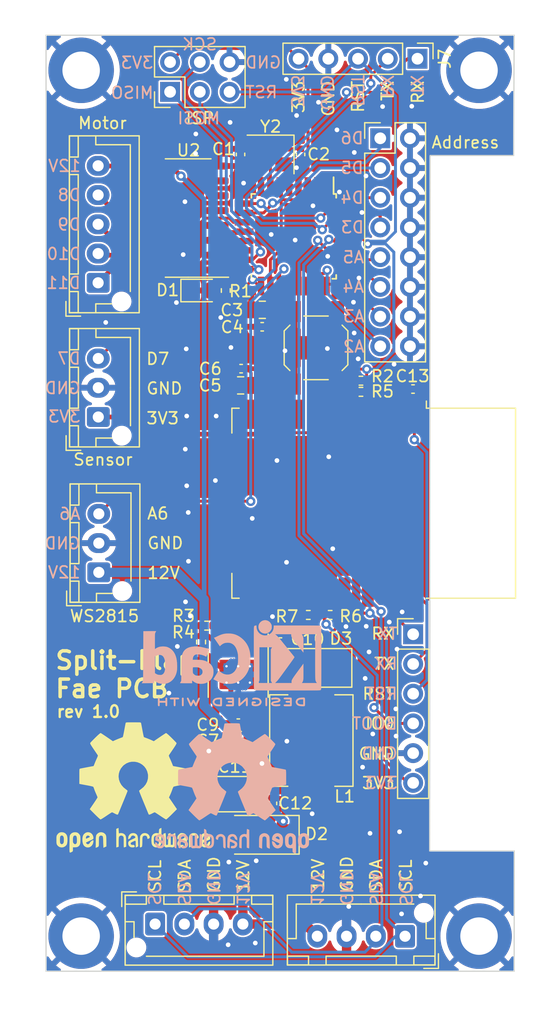
<source format=kicad_pcb>
(kicad_pcb (version 20221018) (generator pcbnew)
  (layers (0 "F.Cu" signal) (31 "B.Cu" signal) (34 "B.Paste" user) (35 "F.Paste" user) (36 "B.SilkS" user "B.Silkscreen") (37 "F.SilkS" user "F.Silkscreen") (38 "B.Mask" user) (39 "F.Mask" user) (44 "Edge.Cuts" user))
  (net 0 "")
  (net 1 "+12V")
  (net 2 "Net-(U3-XTAL2{slash}PB7)")
  (net 3 "Net-(U3-XTAL1{slash}PB6)")
  (net 4 "+3V3")
  (net 5 "Net-(D3-K)")
  (net 6 "Net-(U1-BOOT)")
  (net 7 "Net-(D1-A)")
  (net 8 "/A5{slash}SCL")
  (net 9 "/A4{slash}SDA")
  (net 10 "Net-(J3-Pin_1)")
  (net 11 "Net-(J3-Pin_2)")
  (net 12 "Net-(J3-Pin_3)")
  (net 13 "Net-(J3-Pin_4)")
  (net 14 "/D6")
  (net 15 "/D5")
  (net 16 "/D4")
  (net 17 "/D3")
  (net 18 "/D7")
  (net 19 "/D12")
  (net 20 "/D13")
  (net 21 "/D11")
  (net 22 "/RESET")
  (net 23 "Net-(U1-VSNS)")
  (net 27 "/D10")
  (net 28 "/D9")
  (net 29 "/D8")
  (net 36 "/A6")
  (net 37 "/AREF")
  (net 38 "/A7")
  (net 39 "/A0")
  (net 40 "/A1")
  (net 41 "/A2")
  (net 42 "/A3")
  (net 43 "/D0")
  (net 44 "/D1")
  (net 45 "/D2")
  (net 47 "/01-EN")
  (net 59 "/01-IO2")
  (net 60 "/01-IO0")
  (net 61 "/01-RX")
  (net 62 "/01-TX")
  (net 63 "GND")
  (net 64 "Net-(D2-A)")
  (footprint "Package_SO:SOIC-8-1EP_3.9x4.9mm_P1.27mm_EP2.514x3.2mm_ThermalVias" (layer "F.Cu") (at 83.42 101.635 -90)
    (fp_text reference "U1" hide)
    (fp_text value "TPS5430")
  )
  (footprint "MountingHole:MountingHole_3.2mm_M3_DIN965_Pad" (layer "F.Cu") (at 104 50)
    (fp_text reference "H2" hide)
    (fp_text value "MountingHole_Pad")
  )
  (footprint "Capacitor_SMD:C_0402_1005Metric" (layer "F.Cu") (at 88.75 57.19 90)
    (fp_text reference "C2")
    (fp_text value "22pF")
  )
  (footprint "Connector_PinHeader_2.54mm:PinHeader_1x05_P2.54mm_Vertical" (layer "F.Cu") (at 98.74 49.01 -90)
    (fp_text reference "J7")
    (fp_text value "Serial-328P")
  )
  (footprint "Resistor_SMD:R_0402_1005Metric" (layer "F.Cu") (at 82.36 68.82 90)
    (fp_text reference "R1")
    (fp_text value "220")
  )
  (footprint "LED_SMD:LED_0805_2012Metric" (layer "F.Cu") (at 80.2075 68.82)
    (fp_text reference "D1")
    (fp_text value "LED")
  )
  (footprint "Crystal:Crystal_SMD_3225-4Pin_3.2x2.5mm" (layer "F.Cu") (at 86.19 57.19 180)
    (fp_text reference "Y2")
    (fp_text value "16MHz")
  )
  (footprint "Capacitor_SMD:C_0402_1005Metric" (layer "F.Cu") (at 83.67 75.5)
    (fp_text reference "C6")
    (fp_text value "100n")
  )
  (footprint "Package_SO:SOIC-16_3.9x9.9mm_P1.27mm" (layer "F.Cu") (at 79.145 62.625 180)
    (fp_text reference "U2")
    (fp_text value "ULN2003A")
  )
  (footprint "Capacitor_SMD:C_0402_1005Metric" (layer "F.Cu") (at 83.43 105.795 180)
    (fp_text reference "C9")
    (fp_text value "100n")
  )
  (footprint "Connector_JST:JST_XH_B4B-XH-AM_1x04_P2.50mm_Vertical" (layer "F.Cu") (at 97.68 124.01 180)
    (fp_text reference "J1" hide)
    (fp_text value "Conn_01x04_Pin")
  )
  (footprint "MountingHole:MountingHole_3.2mm_M3_DIN965_Pad" (layer "F.Cu") (at 70 50)
    (fp_text reference "H1" hide)
    (fp_text value "MountingHole_Pad")
  )
  (footprint "Connector_JST:JST_XH_B4B-XH-AM_1x04_P2.50mm_Vertical" (layer "F.Cu") (at 76.32 122.97)
    (fp_text reference "J2" hide)
    (fp_text value "Conn_01x04_Pin")
  )
  (footprint "Capacitor_SMD:C_0402_1005Metric" (layer "F.Cu") (at 86.35 112.655 -90)
    (fp_text reference "C12")
    (fp_text value "100n")
  )
  (footprint "Diode_SMD:D_SMA" (layer "F.Cu") (at 89.62 101.075 180)
    (fp_text reference "D3")
    (fp_text value "SS54")
  )
  (footprint "Resistor_SMD:R_0402_1005Metric" (layer "F.Cu") (at 89.41 96.55)
    (fp_text reference "R7")
    (fp_text value "10k")
  )
  (footprint "Connector_PinHeader_2.54mm:PinHeader_1x06_P2.54mm_Vertical" (layer "F.Cu") (at 98.37 98.2)
    (fp_text reference "J8" hide)
    (fp_text value "Serial-ESP12E")
  )
  (footprint "Capacitor_Tantalum_SMD:CP_EIA-3528-21_Kemet-B" (layer "F.Cu") (at 83.1075 111.865 180)
    (fp_text reference "C11")
    (fp_text value "220uF")
  )
  (footprint "Package_QFP:TQFP-32_7x7mm_P0.8mm" (layer "F.Cu") (at 88.17 64.19 -90)
    (fp_text reference "U3" hide)
    (fp_text value "ATmega328P-A")
  )
  (footprint "Diode_SMD:D_SMA" (layer "F.Cu") (at 85.1175 115.34 180)
    (fp_text reference "D2")
    (fp_text value "SS54")
  )
  (footprint "Resistor_SMD:R_0402_1005Metric" (layer "F.Cu") (at 80.72 97.465 180)
    (fp_text reference "R3")
    (fp_text value "10k")
  )
  (footprint "RF_Module:ESP-12E" (layer "F.Cu") (at 95 87 -90)
    (fp_text reference "U4" hide)
    (fp_text value "ESP-12E")
  )
  (footprint "Connector_PinHeader_2.54mm:PinHeader_2x03_P2.54mm_Vertical" (layer "F.Cu") (at 77.6 51.84 90)
    (fp_text reference "J6" hide)
    (fp_text value "AVR-ISP-6")
  )
  (footprint "Resistor_SMD:R_0402_1005Metric" (layer "F.Cu") (at 93.91 76.53)
    (fp_text reference "R2")
    (fp_text value "10k")
  )
  (footprint "MountingHole:MountingHole_3.2mm_M3_DIN965_Pad" (layer "F.Cu") (at 104 124)
    (fp_text reference "H4" hide)
    (fp_text value "MountingHole_Pad")
  )
  (footprint "Connector_PinHeader_2.54mm:PinHeader_2x08_P2.54mm_Vertical" (layer "F.Cu") (at 95.56 55.81)
    (fp_text reference "J4" hide)
    (fp_text value "AddressJumpers")
  )
  (footprint "Button_Switch_SMD:SW_SPST_SKQG_WithStem" (layer "F.Cu") (at 90.07 73.72 -90)
    (fp_text reference "SW1" hide)
    (fp_text value "RESET")
  )
  (footprint "MountingHole:MountingHole_3.2mm_M3_DIN965_Pad" (layer "F.Cu") (at 70 124)
    (fp_text reference "H3" hide)
    (fp_text value "MountingHole_Pad")
  )
  (footprint "Capacitor_SMD:C_0402_1005Metric" (layer "F.Cu") (at 98.36 77.24 180)
    (fp_text reference "C13")
    (fp_text value "100n")
  )
  (footprint "Capacitor_SMD:C_0402_1005Metric" (layer "F.Cu") (at 87.03 98.865 180)
    (fp_text reference "C10")
    (fp_text value "100n")
  )
  (footprint "Connector_JST:JST_XH_B5B-XH-AM_1x05_P2.50mm_Vertical" (layer "F.Cu") (at 71.45 68.16 90)
    (fp_text reference "J3" hide)
    (fp_text value "Conn_01x05_Pin")
  )
  (footprint "Capacitor_SMD:C_0402_1005Metric" (layer "F.Cu") (at 83.62 57.19 -90)
    (fp_text reference "C1")
    (fp_text value "22pF")
  )
  (footprint "Connector_JST:JST_XH_B3B-XH-AM_1x03_P2.50mm_Vertical" (layer "F.Cu") (at 71.465 79.63 90)
    (fp_text reference "J5" hide)
    (fp_text value "HallSensor")
  )
  (footprint "Resistor_SMD:R_0402_1005Metric" (layer "F.Cu") (at 93.91 77.48)
    (fp_text reference "R5")
    (fp_text value "10k")
  )
  (footprint "Resistor_SMD:R_0402_1005Metric" (layer "F.Cu") (at 91.28 96.55 180)
    (fp_text reference "R6")
    (fp_text value "10k")
  )
  (footprint "Capacitor_SMD:C_0402_1005Metric" (layer "F.Cu") (at 85.47 71.92)
    (fp_text reference "C4")
    (fp_text value "100n")
  )
  (footprint "Symbol:OSHW-Logo2_14.6x12mm_SilkScreen" (layer "F.Cu") (at 74.46 111.28)
    (fp_text reference "REF**" hide)
    (fp_text value "OSHW-Logo2_14.6x12mm_SilkScreen" hide)
  )
  (footprint "Capacitor_SMD:C_0805_2012Metric" (layer "F.Cu") (at 85.48 70.47)
    (fp_text reference "C3")
    (fp_text value "10uF")
  )
  (footprint "Capacitor_SMD:C_0805_2012Metric" (layer "F.Cu") (at 83.63 76.93)
    (fp_text reference "C5")
    (fp_text value "10uF")
  )
  (footprint "Connector_JST:JST_XH_B3B-XH-AM_1x03_P2.50mm_Vertical" (layer "F.Cu") (at 71.51 92.91 90)
    (fp_text reference "J9" hide)
    (fp_text value "WS2815")
  )
  (footprint "Capacitor_SMD:C_0805_2012Metric" (layer "F.Cu") (at 83.43 107.245 180)
    (fp_text reference "C7")
    (fp_text value "10uF")
  )
  (footprint "Resistor_SMD:R_0402_1005Metric" (layer "F.Cu") (at 80.25 98.865 -90)
    (fp_text reference "R4")
    (fp_text value "5k9")
  )
  (footprint "Inductor_SMD:L_Chilisin_BMRx00060630" (layer "F.Cu") (at 89.67 107.285 -90)
    (fp_text reference "L1")
    (fp_text value "47uH")
  )
  (footprint "Symbol:KiCad-Logo2_6mm_SilkScreen" (layer "B.Cu") (at 82.86 99.98 180)
    (fp_text reference "REF**" hide)
    (fp_text value "KiCad-Logo2_6mm_SilkScreen" hide)
  )
  (footprint "Symbol:OSHW-Logo2_14.6x12mm_SilkScreen" (layer "B.Cu") (at 82.9 111.36 180)
    (fp_text reference "REF**" hide)
    (fp_text value "OSHW-Logo2_14.6x12mm_SilkScreen" hide)
  )
  (gr_line (start 67 47) (end 107 47) (stroke (width 0.1)) (layer "Edge.Cuts"))
  (gr_line (start 106.96 57.28) (end 99.82 57.28) (stroke (width 0.1)) (layer "Edge.Cuts"))
  (gr_line (start 99.82 57.28) (end 99.78 116.72) (stroke (width 0.1)) (layer "Edge.Cuts"))
  (gr_line (start 107 127) (end 67 127) (stroke (width 0.1)) (layer "Edge.Cuts"))
  (gr_line (start 67 127) (end 67 47) (stroke (width 0.1)) (layer "Edge.Cuts"))
  (gr_line (start 107.01 116.72) (end 107 127) (stroke (width 0.1)) (layer "Edge.Cuts"))
  (gr_line (start 99.78 116.72) (end 107.01 116.72) (stroke (width 0.1)) (layer "Edge.Cuts"))
  (gr_line (start 106.96 57.28) (end 107 47) (stroke (width 0.1)) (layer "Edge.Cuts"))
  (gr_text "D4" (at 94.23 60.89) (layer "B.SilkS") (effects (font (size 1 1)) (justify left mirror)))
  (gr_text "D11" (at 70.04 68.17) (layer "B.SilkS") (effects (font (size 1 1)) (justify left mirror)))
  (gr_text "SCL" (at 76.22 121.47 -90) (layer "B.SilkS") (effects (font (size 1 1)) (justify left mirror)))
  (gr_text "3V3" (at 88.46 50.29 270) (layer "B.SilkS") (effects (font (size 1 1)) (justify right mirror)))
  (gr_text "SCL" (at 97.73 121.48 -90) (layer "B.SilkS") (effects (font (size 1 1)) (justify left mirror)))
  (gr_text "D10" (at 70.07 65.69) (layer "B.SilkS") (effects (font (size 1 1)) (justify left mirror)))
  (gr_text "GND" (at 81.3 121.46 270) (layer "B.SilkS") (effects (font (size 1 1)) (justify left mirror)))
  (gr_text "3V3" (at 70.04 79.59) (layer "B.SilkS") (effects (font (size 1 1)) (justify left mirror)))
  (gr_text "GND" (at 83.94 49.33) (layer "B.SilkS") (effects (font (size 1 1)) (justify right mirror)))
  (gr_text "D3" (at 94.25 63.42) (layer "B.SilkS") (effects (font (size 1 1)) (justify left mirror)))
  (gr_text "GND" (at 90.98 50.29 270) (layer "B.SilkS") (effects (font (size 1 1)) (justify right mirror)))
  (gr_text "A4" (at 94.26 68.5) (layer "B.SilkS") (effects (font (size 1 1)) (justify left mirror)))
  (gr_text "RST" (at 97.12 103.29) (layer "B.SilkS") (effects (font (size 1 1)) (justify left mirror)))
  (gr_text "A3" (at 94.3 71.03) (layer "B.SilkS") (effects (font (size 1 1)) (justify left mirror)))
  (gr_text "12V" (at 70.03 92.91) (layer "B.SilkS") (effects (font (size 1 1)) (justify left mirror)))
  (gr_text "D6" (at 94.22 55.8) (layer "B.SilkS") (effects (font (size 1 1)) (justify left mirror)))
  (gr_text "MOSI" (at 81.96 54.1) (layer "B.SilkS") (effects (font (size 1 1)) (justify left mirror)))
  (gr_text "GND" (at 97.13 108.39) (layer "B.SilkS") (effects (font (size 1 1)) (justify left mirror)))
  (gr_text "GND" (at 70.03 90.43) (layer "B.SilkS") (effects (font (size 1 1)) (justify left mirror)))
  (gr_text "A5" (at 94.26 65.98) (layer "B.SilkS") (effects (font (size 1 1)) (justify left mirror)))
  (gr_text "RST" (at 83.95 51.87) (layer "B.SilkS") (effects (font (size 1 1)) (justify right mirror)))
  (gr_text "3V3" (at 76.26 49.35) (layer "B.SilkS") (effects (font (size 1 1)) (justify left mirror)))
  (gr_text "GND" (at 92.65 121.47 270) (layer "B.SilkS") (effects (font (size 1 1)) (justify left mirror)))
  (gr_text "12V" (at 70.05 58.17) (layer "B.SilkS") (effects (font (size 1 1)) (justify left mirror)))
  (gr_text "A2" (at 94.3 73.61) (layer "B.SilkS") (effects (font (size 1 1)) (justify left mirror)))
  (gr_text "12V" (at 83.81 121.45 270) (layer "B.SilkS") (effects (font (size 1 1)) (justify left mirror)))
  (gr_text "D5" (at 94.22 58.34) (layer "B.SilkS") (effects (font (size 1 1)) (justify left mirror)))
  (gr_text "D7" (at 70.04 74.63) (layer "B.SilkS") (effects (font (size 1 1)) (justify left mirror)))
  (gr_text "A6" (at 70.03 87.91) (layer "B.SilkS") (effects (font (size 1 1)) (justify left mirror)))
  (gr_text "GND" (at 70.05 77.16) (layer "B.SilkS") (effects (font (size 1 1)) (justify left mirror)))
  (gr_text "RX" (at 97.12 100.71) (layer "B.SilkS") (effects (font (size 1 1)) (justify left mirror)))
  (gr_text "RST" (at 93.6 50.29 270) (layer "B.SilkS") (effects (font (size 1 1)) (justify right mirror)))
  (gr_text "BOOT" (at 97.11 105.83) (layer "B.SilkS") (effects (font (size 1 1)) (justify left mirror)))
  (gr_text "TX" (at 97.14 98.16) (layer "B.SilkS") (effects (font (size 1 1)) (justify left mirror)))
  (gr_text "TX" (at 98.67 50.31 270) (layer "B.SilkS") (effects (font (size 1 1)) (justify right mirror)))
  (gr_text "SCK" (at 81.7 47.78) (layer "B.SilkS") (effects (font (size 1 1)) (justify left mirror)))
  (gr_text "12V" (at 90.14 121.46 270) (layer "B.SilkS") (effects (font (size 1 1)) (justify left mirror)))
  (gr_text "D8" (at 70.05 60.66) (layer "B.SilkS") (effects (font (size 1 1)) (justify left mirror)))
  (gr_text "RX" (at 96.12 50.29 270) (layer "B.SilkS") (effects (font (size 1 1)) (justify right mirror)))
  (gr_text "MISO" (at 76.27 51.92) (layer "B.SilkS") (effects (font (size 1 1)) (justify left mirror)))
  (gr_text "SDA" (at 95.17 121.48 270) (layer "B.SilkS") (effects (font (size 1 1)) (justify left mirror)))
  (gr_text "SDA" (at 78.78 121.47 270) (layer "B.SilkS") (effects (font (size 1 1)) (justify left mirror)))
  (gr_text "3V3" (at 97.13 110.91) (layer "B.SilkS") (effects (font (size 1 1)) (justify left mirror)))
  (gr_text "D9" (at 70.04 63.18) (layer "B.SilkS") (effects (font (size 1 1)) (justify left mirror)))
  (gr_text "12V" (at 83.84 120.34 90) (layer "F.SilkS") (effects (font (size 1 1)) (justify left)))
  (gr_text "3V3" (at 96.87 110.92) (layer "F.SilkS") (effects (font (size 1 1)) (justify right)))
  (gr_text "SCL" (at 76.32 120.34 90) (layer "F.SilkS") (effects (font (size 1 1)) (justify left)))
  (gr_text "RX" (at 96.86 98.15) (layer "F.SilkS") (effects (font (size 1 1)) (justify right)))
  (gr_text "SDA" (at 95.21 120.31 90) (layer "F.SilkS") (effects (font (size 1 1)) (justify left)))
  (gr_text "GND" (at 92.71 120.31 90) (layer "F.SilkS") (effects (font (size 1 1)) (justify left)))
  (gr_text "Sensor" (at 71.87 83.27) (layer "F.SilkS") (effects (font (size 1 1))))
  (gr_text "Split-Flap\nFae PCB" (at 67.65 103.73) (layer "F.SilkS") (effects (font (size 1.5 1.5) (thickness 0.3) bold) (justify left bottom)))
  (gr_text "IO0" (at 96.86 105.82) (layer "F.SilkS") (effects (font (size 1 1)) (justify right)))
  (gr_text "D7" (at 75.475 74.66) (layer "F.SilkS") (effects (font (size 1 1)) (justify left)))
  (gr_text "12V" (at 75.57 92.96) (layer "F.SilkS") (effects (font (size 1 1)) (justify left)))
  (gr_text "rev 1.0" (at 67.8 105.4) (layer "F.SilkS") (effects (font (size 1 1) (thickness 0.2) bold) (justify left bottom)))
  (gr_text "GND" (at 75.57 90.41) (layer "F.SilkS") (effects (font (size 1 1)) (justify left)))
  (gr_text "3V3" (at 75.49 79.74) (layer "F.SilkS") (effects (font (size 1 1)) (justify left)))
  (gr_text "GND" (at 91.12 50.79 90) (layer "F.SilkS") (effects (font (size 1 1)) (justify right)))
  (gr_text "TX" (at 96.86 100.73) (layer "F.SilkS") (effects (font (size 1 1)) (justify right)))
  (gr_text "12V" (at 90.25 120.24 90) (layer "F.SilkS") (effects (font (size 1 1)) (justify left)))
  (gr_text "GND" (at 81.35 120.34 90) (layer "F.SilkS") (effects (font (size 1 1)) (justify left)))
  (gr_text "Address" (at 99.86 56.16) (layer "F.SilkS") (effects (font (size 1 1)) (justify left)))
  (gr_text "RX" (at 98.77 50.8 90) (layer "F.SilkS") (effects (font (size 1 1)) (justify right)))
  (gr_text "SCL" (at 97.74 120.31 90) (layer "F.SilkS") (effects (font (size 1 1)) (justify left)))
  (gr_text "WS2815" (at 72 96.65) (layer "F.SilkS") (effects (font (size 1 1))))
  (gr_text "TX" (at 96.19 50.8 90) (layer "F.SilkS") (effects (font (size 1 1)) (justify right)))
  (gr_text "3V3" (at 88.57 50.79 90) (layer "F.SilkS") (effects (font (size 1 1)) (justify right)))
  (gr_text "GND" (at 75.49 77.19) (layer "F.SilkS") (effects (font (size 1 1)) (justify left)))
  (gr_text "RST" (at 96.86 103.29) (layer "F.SilkS") (effects (font (size 1 1)) (justify right)))
  (gr_text "A6" (at 75.555 87.88) (layer "F.SilkS") (effects (font (size 1 1)) (justify left)))
  (gr_text "SDA" (at 78.85 120.34 90) (layer "F.SilkS") (effects (font (size 1 1)) (justify left)))
  (gr_text "ISP" (at 78.85 54.09) (layer "F.SilkS") (effects (font (size 1 1)) (justify left)))
  (gr_text "GND" (at 96.87 108.41) (layer "F.SilkS") (effects (font (size 1 1)) (justify right)))
  (gr_text "Motor" (at 71.82 54.51) (layer "F.SilkS") (effects (font (size 1 1))))
  (gr_text "RST" (at 93.66 50.8 90) (layer "F.SilkS") (effects (font (size 1 1)) (justify right)))
  (segment (start 78.53 59.04) (end 78.25 58.76) (width 0.25) (layer "F.Cu") (net 1))
  (segment (start 84.38 109.205) (end 84.38 107.245) (width 0.4) (layer "F.Cu") (net 1))
  (segment (start 77.67 58.18) (end 78.25 58.76) (width 0.4) (layer "F.Cu") (net 1))
  (segment (start 83.91 105.795) (end 83.91 104.4175) (width 0.4) (layer "F.Cu") (net 1))
  (segment (start 84.38 107.245) (end 84.38 106.265) (width 0.4) (layer "F.Cu") (net 1))
  (segment (start 87.1175 114.3325) (end 87.1175 115.34) (width 0.8) (layer "F.Cu") (net 1))
  (segment (start 85.41 109.205) (end 84.38 109.205) (width 0.4) (layer "F.Cu") (net 1))
  (segment (start 87.27 114.18) (end 87.1175 114.3325) (width 0.8) (layer "F.Cu") (net 1))
  (segment (start 84.38 106.265) (end 83.91 105.795) (width 0.4) (layer "F.Cu") (net 1))
  (segment (start 83.91 104.4175) (end 84.055 104.2725) (width 0.4) (layer "F.Cu") (net 1))
  (segment (start 71.47 58.18) (end 71.45 58.16) (width 0.4) (layer "F.Cu") (net 1))
  (segment (start 76.67 58.18) (end 71.47 58.18) (width 0.4) (layer "F.Cu") (net 1))
  (segment (start 76.67 58.18) (end 77.67 58.18) (width 0.4) (layer "F.Cu") (net 1))
  (segment (start 85.45 109.245) (end 85.41 109.205) (width 0.4) (layer "F.Cu") (net 1))
  (segment (start 77.67 58.18) (end 78.53 59.04) (width 0.4) (layer "F.Cu") (net 1))
  (via (at 78.53 59.04) (size 0.8) (drill 0.4) (layers "F.Cu" "B.Cu") (net 1))
  (via (at 87.27 114.18) (size 0.8) (drill 0.4) (layers "F.Cu" "B.Cu") (net 1))
  (via (at 85.45 109.245) (size 0.8) (drill 0.4) (layers "F.Cu" "B.Cu") (net 1))
  (segment (start 86.54 113.45) (end 86.54 110.335) (width 0.8) (layer "B.Cu") (net 1))
  (segment (start 78.53 59.04) (end 80.51 61.02) (width 0.4) (layer "B.Cu") (net 1))
  (segment (start 87.27 114.18) (end 86.54 113.45) (width 0.8) (layer "B.Cu") (net 1))
  (segment (start 80.51 101.485) (end 80.51 104.305) (width 0.8) (layer "B.Cu") (net 1))
  (segment (start 80.51 104.305) (end 85.45 109.245) (width 0.8) (layer "B.Cu") (net 1))
  (segment (start 80.51 61.02) (end 80.51 95.22) (width 0.4) (layer "B.Cu") (net 1))
  (segment (start 80.51 95.22) (end 78.2 92.91) (width 0.8) (layer "B.Cu") (net 1))
  (segment (start 78.2 92.91) (end 71.51 92.91) (width 0.8) (layer "B.Cu") (net 1))
  (segment (start 86.54 110.335) (end 85.45 109.245) (width 0.8) (layer "B.Cu") (net 1))
  (segment (start 80.51 95.22) (end 80.51 101.485) (width 0.8) (layer "B.Cu") (net 1))
  (segment (start 83.62 57.67) (end 84.72 57.67) (width 0.25) (layer "F.Cu") (net 2))
  (segment (start 85.37 58.32) (end 85.09 58.04) (width 0.25) (layer "F.Cu") (net 2))
  (segment (start 84.72 57.67) (end 85.09 58.04) (width 0.25) (layer "F.Cu") (net 2))
  (segment (start 85.37 59.94) (end 85.37 58.32) (width 0.25) (layer "F.Cu") (net 2))
  (segment (start 86.17 56.76) (end 86.59 56.34) (width 0.25) (layer "F.Cu") (net 3))
  (segment (start 88.75 56.71) (end 87.66 56.71) (width 0.25) (layer "F.Cu") (net 3))
  (segment (start 86.59 56.34) (end 87.29 56.34) (width 0.25) (layer "F.Cu") (net 3))
  (segment (start 86.17 59.94) (end 86.17 56.76) (width 0.25) (layer "F.Cu") (net 3))
  (segment (start 87.66 56.71) (end 87.29 56.34) (width 0.25) (layer "F.Cu") (net 3))
  (segment (start 91.79 96.55) (end 91.79 97.68424) (width 0.25) (layer "F.Cu") (net 4))
  (segment (start 88.57 59.045) (end 88.700305 59.045) (width 0.25) (layer "F.Cu") (net 4))
  (segment (start 93.4 76.53) (end 93.4 77.48) (width 0.25) (layer "F.Cu") (net 4))
  (segment (start 86.17 70.21) (end 86.43 70.47) (width 0.25) (layer "F.Cu") (net 4))
  (segment (start 85.6 81.36) (end 85.6 76.19) (width 0.4) (layer "F.Cu") (net 4))
  (segment (start 86.97 59.94) (end 86.97 60.74) (width 0.25) (layer "F.Cu") (net 4))
  (segment (start 86.97 60.74) (end 87.295 61.065) (width 0.25) (layer "F.Cu") (net 4))
  (segment (start 85.34 81.1) (end 74.819924 81.1) (width 0.4) (layer "F.Cu") (net 4))
  (segment (start 85.95 72.033676) (end 85.6 72.383676) (width 0.4) (layer "F.Cu") (net 4))
  (segment (start 83.16971 48.129656) (end 78.770344 48.129656) (width 0.25) (layer "F.Cu") (net 4))
  (segment (start 85.6 76.19) (end 84.91 75.5) (width 0.4) (layer "F.Cu") (net 4))
  (segment (start 84.53 75.88) (end 84.53 79.37) (width 0.25) (layer "F.Cu") (net 4))
  (segment (start 84.18 75.53) (end 84.53 75.88) (width 0.25) (layer "F.Cu") (net 4))
  (segment (start 87.75 112.23) (end 85.01 112.23) (width 0.4) (layer "F.Cu") (net 4))
  (segment (start 85.6 81.36) (end 85.34 81.1) (width 0.4) (layer "F.Cu") (net 4))
  (segment (start 93.27 106.71) (end 89.67 110.31) (width 0.4) (layer "F.Cu") (net 4))
  (segment (start 85.312108 97.465) (end 86.027108 98.18) (width 0.4) (layer "F.Cu") (net 4))
  (segment (start 89.385 49.815) (end 87.709656 48.139656) (width 0.25) (layer "F.Cu") (net 4))
  (segment (start 81.23 97.465) (end 85.312108 97.465) (width 0.4) (layer "F.Cu") (net 4))
  (segment (start 74.819924 81.1) (end 73.349924 79.63) (width 0.4) (layer "F.Cu") (net 4))
  (segment (start 86.17 66.19) (end 87.093656 65.266344) (width 0.25) (layer "F.Cu") (net 4))
  (segment (start 85.01 112.23) (end 84.645 111.865) (width 0.4) (layer "F.Cu") (net 4))
  (segment (start 85.6 72.383676) (end 85.6 76.19) (width 0.4) (layer "F.Cu") (net 4))
  (segment (start 84.645 111.865) (end 84.645 112.135) (width 0.4) (layer "F.Cu") (net 4))
  (segment (start 88.245 61.065) (end 88.57 60.74) (width 0.25) (layer "F.Cu") (net 4))
  (segment (start 87.093656 65.266344) (end 87.093656 60.063656) (width 0.25) (layer "F.Cu") (net 4))
  (segment (start 89.385 58.360305) (end 89.385 49.815) (width 0.25) (layer "F.Cu") (net 4))
  (segment (start 83.17971 48.139656) (end 83.16971 48.129656) (width 0.25) (layer "F.Cu") (net 4))
  (segment (start 93.27 100.15576) (end 93.27 106.71) (width 0.4) (layer "F.Cu") (net 4))
  (segment (start 73.349924 79.63) (end 71.465 79.63) (width 0.4) (layer "F.Cu") (net 4))
  (segment (start 85.6 81.36) (end 85.985 80.975) (width 0.25) (layer "F.Cu") (net 4))
  (segment (start 87.093656 60.063656) (end 86.97 59.94) (width 0.25) (layer "F.Cu") (net 4))
  (segment (start 89.67 110.31) (end 87.75 112.23) (width 0.4) (layer "F.Cu") (net 4))
  (segment (start 91.79 97.68424) (end 91.29424 98.18) (width 0.25) (layer "F.Cu") (net 4))
  (segment (start 88.9 98) (end 89.08 98.18) (width 0.25) (layer "F.Cu") (net 4))
  (segment (start 93.71 106.71) (end 97.91 110.91) (width 0.25) (layer "F.Cu") (net 4))
  (segment (start 84.53 79.37) (end 84.5 79.4) (width 0.25) (layer "F.Cu") (net 4))
  (segment (start 89.08 98.18) (end 91.29424 98.18) (width 0.4) (layer "F.Cu") (net 4))
  (segment (start 88.57 59.94) (end 88.57 59.045) (width 0.25) (layer "F.Cu") (net 4))
  (segment (start 87.709656 48.139656) (end 83.17971 48.139656) (width 0.25) (layer "F.Cu") (net 4))
  (segment (start 98.15 110.91) (end 98.16 110.9) (width 0.25) (layer "F.Cu") (net 4))
  (segment (start 88.57 60.74) (end 88.57 59.94) (width 0.25) (layer "F.Cu") (net 4))
  (segment (start 86.027108 98.18) (end 89.08 98.18) (width 0.4) (layer "F.Cu") (net 4))
  (segment (start 86.17 68.44) (end 86.17 70.21) (width 0.25) (layer "F.Cu") (net 4))
  (segment (start 97.91 110.91) (end 98.15 110.91) (width 0.25) (layer "F.Cu") (net 4))
  (segment (start 83.53 97.465) (end 85.6 97.465) (width 0.4) (layer "F.Cu") (net 4))
  (segment (start 86.43 71.44) (end 86.43 70.47) (width 0.25) (layer "F.Cu") (net 4))
  (segment (start 91.29424 98.18) (end 93.27 100.15576) (width 0.4) (layer "F.Cu") (net 4))
  (segment (start 78.770344 48.129656) (end 77.6 49.3) (width 0.25) (layer "F.Cu") (net 4))
  (segment (start 85.985 80.975) (end 93.13462 80.975) (width 0.25) (layer "F.Cu") (net 4))
  (segment (start 85.95 71.92) (end 86.43 71.44) (width 0.25) (layer "F.Cu") (net 4))
  (segment (start 84.91 75.5) (end 84.15 75.5) (width 0.4) (layer "F.Cu") (net 4))
  (segment (start 85.6 97.465) (end 85.6 81.36) (width 0.4) (layer "F.Cu") (net 4))
  (segment (start 85.95 71.92) (end 85.95 72.033676) (width 0.4) (layer "F.Cu") (net 4))
  (segment (start 86.17 68.44) (end 86.17 66.19) (width 0.25) (layer "F.Cu") (net 4))
  (segment (start 87.295 61.065) (end 88.245 61.065) (width 0.25) (layer "F.Cu") (net 4))
  (segment (start 88.9 96.55) (end 88.9 98) (width 0.25) (layer "F.Cu") (net 4))
  (segment (start 93.27 106.71) (end 93.71 106.71) (width 0.25) (layer "F.Cu") (net 4))
  (segment (start 93.4 80.70962) (end 93.4 77.48) (width 0.25) (layer "F.Cu") (net 4))
  (segment (start 88.700305 59.045) (end 89.385 58.360305) (width 0.25) (layer "F.Cu") (net 4))
  (segment (start 93.13462 80.975) (end 93.4 80.70962) (width 0.25) (layer "F.Cu") (net 4))
  (segment (start 85.3375 104.26) (end 85.325 104.2725) (width 0.4) (layer "F.Cu") (net 5))
  (segment (start 87.51 98.865) (end 89.41 98.865) (width 0.4) (layer "F.Cu") (net 5))
  (segment (start 89.41 98.865) (end 91.62 101.075) (width 0.4) (layer "F.Cu") (net 5))
  (segment (start 89.67 104.26) (end 85.3375 104.26) (width 0.4) (layer "F.Cu") (net 5))
  (segment (start 89.67 104.26) (end 89.67 103.025) (width 0.4) (layer "F.Cu") (net 5))
  (segment (start 89.67 103.025) (end 91.62 101.075) (width 0.4) (layer "F.Cu") (net 5))
  (segment (start 85.4575 98.865) (end 85.325 98.9975) (width 0.4) (layer "F.Cu") (net 6))
  (segment (start 86.55 98.865) (end 85.4575 98.865) (width 0.4) (layer "F.Cu") (net 6))
  (segment (start 82.36 69.33) (end 81.655 69.33) (width 0.25) (layer "F.Cu") (net 7))
  (segment (start 81.655 69.33) (end 81.145 68.82) (width 0.25) (layer "F.Cu") (net 7))
  (segment (start 91.163682 64.453813) (end 91.299869 64.59) (width 0.25) (layer "F.Cu") (net 8))
  (segment (start 91.299869 64.59) (end 92.42 64.59) (width 0.25) (layer "F.Cu") (net 8))
  (segment (start 94.5 94.6) (end 94.5 95.126578) (width 0.25) (layer "F.Cu") (net 8))
  (segment (start 94.5 95.126578) (end 95.626092 96.25267) (width 0.25) (layer "F.Cu") (net 8))
  (via (at 95.626092 96.25267) (size 0.8) (drill 0.4) (layers "F.Cu" "B.Cu") (net 8))
  (via (at 91.163682 64.453813) (size 0.8) (drill 0.4) (layers "F.Cu" "B.Cu") (net 8))
  (segment (start 95.626092 97.939696) (end 96.1 98.413604) (width 0.25) (layer "B.Cu") (net 8))
  (segment (start 90.426023 65.209663) (end 90.497223 65.209663) (width 0.25) (layer "B.Cu") (net 8))
  (segment (start 96.87 124.01) (end 96.305 124.575) (width 0.25) (layer "B.Cu") (net 8))
  (segment (start 79.12 125.77) (end 76.32 122.97) (width 0.25) (layer "B.Cu") (net 8))
  (segment (start 96.305 124.600551) (end 95.135551 125.77) (width 0.25) (layer "B.Cu") (net 8))
  (segment (start 96.305 124.575) (end 96.305 124.600551) (width 0.25) (layer "B.Cu") (net 8))
  (segment (start 96.1 98.413604) (end 96.1 122.53) (width 0.25) (layer "B.Cu") (net 8))
  (segment (start 89.01 89.6) (end 89.01 66.625686) (width 0.25) (layer "B.Cu") (net 8))
  (segment (start 90.497223 65.209663) (end 91.163682 64.543204) (width 0.25) (layer "B.Cu") (net 8))
  (segment (start 97.68 124.01) (end 96.87 124.01) (width 0.25) (layer "B.Cu") (net 8))
  (segment (start 95.626092 96.25267) (end 95.626092 97.939696) (width 0.25) (layer "B.Cu") (net 8))
  (segment (start 96.1 122.53) (end 97.58 124.01) (width 0.25) (layer "B.Cu") (net 8))
  (segment (start 95.626092 96.25267) (end 95.626092 96.216092) (width 0.25) (layer "B.Cu") (net 8))
  (segment (start 97.58 124.01) (end 97.68 124.01) (width 0.25) (layer "B.Cu") (net 8))
  (segment (start 95.626092 96.216092) (end 89.01 89.6) (width 0.25) (layer "B.Cu") (net 8))
  (segment (start 89.01 66.625686) (end 90.426023 65.209663) (width 0.25) (layer "B.Cu") (net 8))
  (segment (start 95.135551 125.77) (end 79.12 125.77) (width 0.25) (layer "B.Cu") (net 8))
  (segment (start 91.163682 64.543204) (end 91.163682 64.453813) (width 0.25) (layer "B.Cu") (net 8))
  (segment (start 92.5 94.73891) (end 92.5 94.6) (width 0.25) (layer "F.Cu") (net 9))
  (segment (start 92.25 65.22) (end 92.42 65.39) (width 0.25) (layer "F.Cu") (net 9))
  (segment (start 90.902965 65.22) (end 92.25 65.22) (width 0.25) (layer "F.Cu") (net 9))
  (segment (start 94.678444 96.3995) (end 94.16059 96.3995) (width 0.25) (layer "F.Cu") (net 9))
  (segment (start 94.16059 96.3995) (end 92.5 94.73891) (width 0.25) (layer "F.Cu") (net 9))
  (segment (start 90.217628 64.534663) (end 90.902965 65.22) (width 0.25) (layer "F.Cu") (net 9))
  (via (at 94.678444 96.3995) (size 0.8) (drill 0.4) (layers "F.Cu" "B.Cu") (net 9))
  (via (at 90.217628 64.534663) (size 0.8) (drill 0.4) (layers "F.Cu" "B.Cu") (net 9))
  (segment (start 95.18 124.44) (end 94.25 125.37) (width 0.25) (layer "B.Cu") (net 9))
  (segment (start 88.002735 125.37) (end 84.303982 121.671247) (width 0.25) (layer "B.Cu") (net 9))
  (segment (start 95.7 98.57929) (end 95.7 123.49) (width 0.25) (layer "B.Cu") (net 9))
  (segment (start 95.226092 98.105382) (end 95.7 98.57929) (width 0.25) (layer "B.Cu") (net 9))
  (segment (start 94.678444 96.3995) (end 94.7695 96.3995) (width 0.25) (layer "B.Cu") (net 9))
  (segment (start 90.217628 64.852372) (end 90.217628 64.534663) (width 0.25) (layer "B.Cu") (net 9))
  (segment (start 88.61 66.46) (end 90.217628 64.852372) (width 0.25) (layer "B.Cu") (net 9))
  (segment (start 80.118753 121.671247) (end 78.82 122.97) (width 0.25) (layer "B.Cu") (net 9))
  (segment (start 94.678444 96.3995) (end 94.678444 95.83413) (width 0.25) (layer "B.Cu") (net 9))
  (segment (start 94.25 125.37) (end 88.002735 125.37) (width 0.25) (layer "B.Cu") (net 9))
  (segment (start 95.18 124.01) (end 95.18 124.44) (width 0.25) (layer "B.Cu") (net 9))
  (segment (start 84.303982 121.671247) (end 80.118753 121.671247) (width 0.25) (layer "B.Cu") (net 9))
  (segment (start 94.7695 96.3995) (end 95.226092 96.856092) (width 0.25) (layer "B.Cu") (net 9))
  (segment (start 95.226092 96.856092) (end 95.226092 98.105382) (width 0.25) (layer "B.Cu") (net 9))
  (segment (start 88.61 89.765686) (end 88.61 66.46) (width 0.25) (layer "B.Cu") (net 9))
  (segment (start 95.7 123.49) (end 95.18 124.01) (width 0.25) (layer "B.Cu") (net 9))
  (segment (start 94.678444 95.83413) (end 88.61 89.765686) (width 0.25) (layer "B.Cu") (net 9))
  (segment (start 76.67 67.07) (end 72.54 67.07) (width 0.4) (layer "F.Cu") (net 10))
  (segment (start 72.54 67.07) (end 71.45 68.16) (width 0.4) (layer "F.Cu") (net 10))
  (segment (start 76.67 65.8) (end 71.59 65.8) (width 0.4) (layer "F.Cu") (net 11))
  (segment (start 71.59 65.8) (end 71.45 65.66) (width 0.4) (layer "F.Cu") (net 11))
  (segment (start 72.82 64.53) (end 71.45 63.16) (width 0.4) (layer "F.Cu") (net 12))
  (segment (start 76.67 64.53) (end 72.82 64.53) (width 0.4) (layer "F.Cu") (net 12))
  (segment (start 76.67 63.26) (end 74.05 63.26) (width 0.4) (layer "F.Cu") (net 13))
  (segment (start 74.05 63.26) (end 71.45 60.66) (width 0.4) (layer "F.Cu") (net 13))
  (segment (start 85.585305 62.19) (end 83.92 62.19) (width 0.25) (layer "F.Cu") (net 14))
  (segment (start 86.368656 61.3395) (end 86.095 61.613156) (width 0.25) (layer "F.Cu") (net 14))
  (segment (start 86.095 61.613156) (end 86.095 61.680305) (width 0.25) (layer "F.Cu") (net 14))
  (segment (start 86.095 61.680305) (end 85.585305 62.19) (width 0.25) (layer "F.Cu") (net 14))
  (via (at 86.368656 61.3395) (size 0.8) (drill 0.4) (layers "F.Cu" "B.Cu") (net 14))
  (segment (start 94.29 57.9) (end 95.56 56.63) (width 0.25) (layer "B.Cu") (net 14))
  (segment (start 95.56 56.63) (end 95.56 55.81) (width 0.25) (layer "B.Cu") (net 14))
  (segment (start 86.757565 61.3395) (end 90.197065 57.9) (width 0.25) (layer "B.Cu") (net 14))
  (segment (start 86.368656 61.3395) (end 86.757565 61.3395) (width 0.25) (layer "B.Cu") (net 14))
  (segment (start 90.197065 57.9) (end 94.29 57.9) (width 0.25) (layer "B.Cu") (net 14))
  (segment (start 85.37 61.38) (end 85.36 61.39) (width 0.25) (layer "F.Cu") (net 15))
  (segment (start 85.36 61.39) (end 83.92 61.39) (width 0.25) (layer "F.Cu") (net 15))
  (via (at 85.37 61.38) (size 0.8) (drill 0.4) (layers "F.Cu" "B.Cu") (net 15))
  (segment (start 86.668961 62.0645) (end 90.383461 58.35) (width 0.25) (layer "B.Cu") (net 15))
  (segment (start 90.383461 58.35) (end 95.56 58.35) (width 0.25) (layer "B.Cu") (net 15))
  (segment (start 85.37 61.38) (end 86.0545 62.0645) (width 0.25) (layer "B.Cu") (net 15))
  (segment (start 86.0545 62.0645) (end 86.668961 62.0645) (width 0.25) (layer "B.Cu") (net 15))
  (segment (start 94.535686 60.89) (end 95.56 60.89) (width 0.25) (layer "F.Cu") (net 16))
  (segment (start 90.17 59.94) (end 90.17 59.14) (width 0.25) (layer "F.Cu") (net 16))
  (segment (start 90.57 58.74) (end 92.385686 58.74) (width 0.25) (layer "F.Cu") (net 16))
  (segment (start 90.17 59.14) (end 90.57 58.74) (width 0.25) (layer "F.Cu") (net 16))
  (segment (start 92.385686 58.74) (end 94.535686 60.89) (width 0.25) (layer "F.Cu") (net 16))
  (segment (start 91.41 59.5) (end 90.97 59.94) (width 0.25) (layer "F.Cu") (net 17))
  (segment (start 95.56 62.48) (end 92.58 59.5) (width 0.25) (layer "F.Cu") (net 17))
  (segment (start 95.56 63.43) (end 95.56 62.48) (width 0.25) (layer "F.Cu") (net 17))
  (segment (start 92.58 59.5) (end 91.41 59.5) (width 0.25) (layer "F.Cu") (net 17))
  (segment (start 83.92 62.99) (end 82.996752 62.99) (width 0.25) (layer "F.Cu") (net 18))
  (segment (start 80.598248 62.635) (end 80.23 63.003248) (width 0.25) (layer "F.Cu") (net 18))
  (segment (start 82.996752 62.99) (end 82.641752 62.635) (width 0.25) (layer "F.Cu") (net 18))
  (segment (start 82.641752 62.635) (end 80.598248 62.635) (width 0.25) (layer "F.Cu") (net 18))
  (segment (start 80.23 63.003248) (end 80.23 65.865) (width 0.25) (layer "F.Cu") (net 18))
  (segment (start 80.23 65.865) (end 71.465 74.63) (width 0.25) (layer "F.Cu") (net 18))
  (segment (start 85.129363 66.99) (end 83.92 66.99) (width 0.25) (layer "F.Cu") (net 19))
  (segment (start 85.179863 67.0405) (end 85.129363 66.99) (width 0.25) (layer "F.Cu") (net 19))
  (via (at 85.179863 67.0405) (size 0.8) (drill 0.4) (layers "F.Cu" "B.Cu") (net 19))
  (segment (start 81.95 56.232792) (end 77.6 51.882792) (width 0.25) (layer "B.Cu") (net 19))
  (segment (start 85.179863 67.0405) (end 84.5945 66.455137) (width 0.25) (layer "B.Cu") (net 19))
  (segment (start 77.6 51.882792) (end 77.6 51.84) (width 0.25) (layer "B.Cu") (net 19))
  (segment (start 81.95 62.396396) (end 81.95 56.232792) (width 0.25) (layer "B.Cu") (net 19))
  (segment (start 84.5945 65.040896) (end 81.95 62.396396) (width 0.25) (layer "B.Cu") (net 19))
  (segment (start 84.5945 66.455137) (end 84.5945 65.040896) (width 0.25) (layer "B.Cu") (net 19))
  (segment (start 84.220037 68.31) (end 82.36 68.31) (width 0.25) (layer "F.Cu") (net 20))
  (segment (start 85.200193 68.44) (end 85.37 68.44) (width 0.25) (layer "F.Cu") (net 20))
  (segment (start 84.645115 67.884922) (end 84.220037 68.31) (width 0.25) (layer "F.Cu") (net 20))
  (segment (start 84.645115 67.884922) (end 85.200193 68.44) (width 0.25) (layer "F.Cu") (net 20))
  (via (at 84.645115 67.884922) (size 0.8) (drill 0.4) (layers "F.Cu" "B.Cu") (net 20))
  (segment (start 85.626406 67.884922) (end 86.4945 67.016828) (width 0.25) (layer "B.Cu") (net 20))
  (segment (start 82.85 55.86) (end 80.14 53.15) (width 0.25) (layer "B.Cu") (net 20))
  (segment (start 86.4945 65.668104) (end 82.85 62.023604) (width 0.25) (layer "B.Cu") (net 20))
  (segment (start 80.14 53.15) (end 80.14 51.84) (width 0.25) (layer "B.Cu") (net 20))
  (segment (start 84.645115 67.884922) (end 85.626406 67.884922) (width 0.25) (layer "B.Cu") (net 20))
  (segment (start 82.85 62.023604) (end 82.85 55.86) (width 0.25) (layer "B.Cu") (net 20))
  (segment (start 86.4945 67.016828) (end 86.4945 65.668104) (width 0.25) (layer "B.Cu") (net 20))
  (segment (start 81.996752 67.07) (end 81.62 67.07) (width 0.25) (layer "F.Cu") (net 21))
  (segment (start 83.92 66.19) (end 82.876752 66.19) (width 0.25) (layer "F.Cu") (net 21))
  (segment (start 84.65462 66.19) (end 83.92 66.19) (width 0.25) (layer "F.Cu") (net 21))
  (segment (start 85.3195 65.52) (end 85.045 65.7945) (width 0.25) (layer "F.Cu") (net 21))
  (segment (start 85.045 65.7945) (end 85.045 65.79962) (width 0.25) (layer "F.Cu") (net 21))
  (segment (start 85.045 65.79962) (end 84.65462 66.19) (width 0.25) (layer "F.Cu") (net 21))
  (segment (start 82.876752 66.19) (end 81.996752 67.07) (width 0.25) (layer "F.Cu") (net 21))
  (via (at 85.3195 65.52) (size 0.8) (drill 0.4) (layers "F.Cu" "B.Cu") (net 21))
  (segment (start 78.775 52.421396) (end 78.775 50.665) (width 0.25) (layer "B.Cu") (net 21))
  (segment (start 82.4 56.046396) (end 78.775 52.421396) (width 0.25) (layer "B.Cu") (net 21))
  (segment (start 78.775 50.665) (end 80.14 49.3) (width 0.25) (layer "B.Cu") (net 21))
  (segment (start 85.3195 65.1295) (end 82.4 62.21) (width 0.25) (layer "B.Cu") (net 21))
  (segment (start 82.4 62.21) (end 82.4 56.046396) (width 0.25) (layer "B.Cu") (net 21))
  (segment (start 85.3195 65.52) (end 85.3195 65.1295) (width 0.25) (layer "B.Cu") (net 21))
  (segment (start 93.2 75.54) (end 91.92 76.82) (width 0.25) (layer "F.Cu") (net 22))
  (segment (start 93.4446 63.79) (end 92.42 63.79) (width 0.25) (layer "F.Cu") (net 22))
  (segment (start 94.42 76.53) (end 97.17 76.53) (width 0.25) (layer "F.Cu") (net 22))
  (segment (start 98.47 81.57) (end 98.47 79.43) (width 0.25) (layer "F.Cu") (net 22))
  (segment (start 94.4 76.51) (end 94.42 76.53) (width 0.25) (layer "F.Cu") (net 22))
  (segment (start 94.4873 64.8327) (end 93.4446 63.79) (width 0.25) (layer "F.Cu") (net 22))
  (segment (start 98.47 79.43) (end 98.5 79.4) (width 0.25) (layer "F.Cu") (net 22))
  (segment (start 91.92 76.82) (end 91.92 70.62) (width 0.25) (layer "F.Cu") (net 22))
  (segment (start 98.235 77.595) (end 98.235 77.60261) (width 0.25) (layer "F.Cu") (net 22))
  (segment (start 94.4 75.54) (end 94.4 76.51) (width 0.25) (layer "F.Cu") (net 22))
  (segment (start 94.4 75.54) (end 93.2 75.54) (width 0.25) (layer "F.Cu") (net 22))
  (segment (start 98.5 77.86761) (end 98.5 79.4) (width 0.25) (layer "F.Cu") (net 22))
  (segment (start 98.235 77.60261) (end 98.5 77.86761) (width 0.25) (layer "F.Cu") (net 22))
  (segment (start 97.17 76.53) (end 98.235 77.595) (width 0.25) (layer "F.Cu") (net 22))
  (via (at 94.4873 64.8327) (size 0.8) (drill 0.4) (layers "F.Cu" "B.Cu") (net 22))
  (via (at 94.4 75.54) (size 0.8) (drill 0.4) (layers "F.Cu" "B.Cu") (net 22))
  (via (at 98.47 81.57) (size 0.8) (drill 0.4) (layers "F.Cu" "B.Cu") (net 22))
  (segment (start 96.86 52.21) (end 93.66 49.01) (width 0.25) (layer "B.Cu") (net 22))
  (segment (start 96.86 63.790054) (end 96.86 52.21) (width 0.25) (layer "B.Cu") (net 22))
  (segment (start 90.77 51.85) (end 82.69 51.85) (width 0.25) (layer "B.Cu") (net 22))
  (segment (start 96.04971 64.600344) (end 96.86 63.790054) (width 0.25) (layer "B.Cu") (net 22))
  (segment (start 96.72 74.019344) (end 95.199344 75.54) (width 0.25) (layer "B.Cu") (net 22))
  (segment (start 94.4873 64.8327) (end 96.012044 64.8327) (width 0.25) (layer "B.Cu") (net 22))
  (segment (start 93.61 49.01) (end 90.77 51.85) (width 0.25) (layer "B.Cu") (net 22))
  (segment (start 98.37 103.28) (end 99.545 102.105) (width 0.25) (layer "B.Cu") (net 22))
  (segment (start 94.719656 64.600344) (end 96.04971 64.600344) (width 0.25) (layer "B.Cu") (net 22))
  (segment (start 99.545 102.105) (end 99.545 82.645) (width 0.25) (layer "B.Cu") (net 22))
  (segment (start 96.012044 64.8327) (end 96.72 65.540656) (width 0.25) (layer "B.Cu") (net 22))
  (segment (start 95.199344 75.54) (end 94.4 75.54) (width 0.25) (layer "B.Cu") (net 22))
  (segment (start 93.66 49.01) (end 93.61 49.01) (width 0.25) (layer "B.Cu") (net 22))
  (segment (start 94.4873 64.8327) (end 94.719656 64.600344) (width 0.25) (layer "B.Cu") (net 22))
  (segment (start 96.72 65.540656) (end 96.72 74.019344) (width 0.25) (layer "B.Cu") (net 22))
  (segment (start 99.545 82.645) (end 98.47 81.57) (width 0.25) (layer "B.Cu") (net 22))
  (segment (start 82.69 51.85) (end 82.68 51.84) (width 0.25) (layer "B.Cu") (net 22))
  (segment (start 80.25 98.355) (end 80.8725 98.355) (width 0.4) (layer "F.Cu") (net 23))
  (segment (start 80.8725 98.355) (end 81.515 98.9975) (width 0.4) (layer "F.Cu") (net 23))
  (segment (start 80.25 98.355) (end 80.25 97.505) (width 0.4) (layer "F.Cu") (net 23))
  (segment (start 80.25 97.505) (end 80.21 97.465) (width 0.4) (layer "F.Cu") (net 23))
  (segment (start 82.03 65.39) (end 81.62 65.8) (width 0.25) (layer "F.Cu") (net 27))
  (segment (start 83.92 65.39) (end 82.03 65.39) (width 0.25) (layer "F.Cu") (net 27))
  (segment (start 83.92 64.59) (end 81.68 64.59) (width 0.25) (layer "F.Cu") (net 28))
  (segment (start 81.68 64.59) (end 81.62 64.53) (width 0.25) (layer "F.Cu") (net 28))
  (segment (start 83.92 63.79) (end 82.15 63.79) (width 0.25) (layer "F.Cu") (net 29))
  (segment (start 82.15 63.79) (end 81.62 63.26) (width 0.25) (layer "F.Cu") (net 29))
  (segment (start 84.475 86.825) (end 84.49 86.84) (width 0.25) (layer "F.Cu") (net 36))
  (segment (start 87.33 66.97) (end 86.97 67.33) (width 0.25) (layer "F.Cu") (net 36))
  (segment (start 86.97 67.33) (end 86.97 68.44) (width 0.25) (layer "F.Cu") (net 36))
  (segment (start 72.595 86.825) (end 84.475 86.825) (width 0.25) (layer "F.Cu") (net 36))
  (segment (start 71.51 87.91) (end 72.595 86.825) (width 0.25) (layer "F.Cu") (net 36))
  (via (at 87.33 66.97) (size 0.8) (drill 0.4) (layers "F.Cu" "B.Cu") (net 36))
  (via (at 84.49 86.84) (size 0.8) (drill 0.4) (layers "F.Cu" "B.Cu") (net 36))
  (segment (start 84.49 69.81) (end 87.33 66.97) (width 0.25) (layer "B.Cu") (net 36))
  (segment (start 84.49 86.84) (end 84.49 69.81) (width 0.25) (layer "B.Cu") (net 36))
  (segment (start 90.58109 67.365) (end 90.17 67.77609) (width 0.25) (layer "F.Cu") (net 39))
  (segment (start 91.021441 67.0905) (end 90.746941 67.365) (width 0.25) (layer "F.Cu") (net 39))
  (segment (start 90.746941 67.365) (end 90.58109 67.365) (width 0.25) (layer "F.Cu") (net 39))
  (segment (start 90.17 67.77609) (end 90.17 68.44) (width 0.25) (layer "F.Cu") (net 39))
  (via (at 91.021441 67.0905) (size 0.8) (drill 0.4) (layers "F.Cu" "B.Cu") (net 39))
  (segment (start 91.021441 69.051441) (end 95.56 73.59) (width 0.25) (layer "B.Cu") (net 39))
  (segment (start 91.021441 67.0905) (end 91.021441 69.051441) (width 0.25) (layer "B.Cu") (net 39))
  (segment (start 90.97 68.44) (end 91.13 68.28) (width 0.25) (layer "F.Cu") (net 40))
  (segment (start 91.13 68.28) (end 92.79 68.28) (width 0.25) (layer "F.Cu") (net 40))
  (segment (start 92.79 68.28) (end 95.56 71.05) (width 0.25) (layer "F.Cu") (net 40))
  (segment (start 94.04 66.99) (end 95.56 68.51) (width 0.25) (layer "F.Cu") (net 41))
  (segment (start 92.42 66.99) (end 94.04 66.99) (width 0.25) (layer "F.Cu") (net 41))
  (segment (start 92.42 66.19) (end 95.34 66.19) (width 0.25) (layer "F.Cu") (net 42))
  (segment (start 95.34 66.19) (end 95.56 65.97) (width 0.25) (layer "F.Cu") (net 42))
  (segment (start 91.234587 62.99) (end 90.604125 63.620462) (width 0.25) (layer "F.Cu") (net 43))
  (segment (start 92.42 62.99) (end 91.234587 62.99) (width 0.25) (layer "F.Cu") (net 43))
  (segment (start 97.89 49.01) (end 98.74 49.01) (width 0.25) (layer "F.Cu") (net 43))
  (segment (start 92.68 51.88) (end 95.02 51.88) (width 0.25) (layer "F.Cu") (net 43))
  (segment (start 95.02 51.88) (end 97.89 49.01) (width 0.25) (layer "F.Cu") (net 43))
  (via (at 92.68 51.88) (size 0.8) (drill 0.4) (layers "F.Cu" "B.Cu") (net 43))
  (via (at 90.604125 63.620462) (size 0.8) (drill 0.4) (layers "F.Cu" "B.Cu") (net 43))
  (segment (start 89.894695 63.08) (end 90.169695 63.355) (width 0.25) (layer "B.Cu") (net 43))
  (segment (start 84.12 60.833604) (end 84.12 61.791701) (width 0.25) (layer "B.Cu") (net 43))
  (segment (start 92.68 52.273604) (end 84.12 60.833604) (width 0.25) (layer "B.Cu") (net 43))
  (segment (start 92.68 51.88) (end 92.68 52.273604) (width 0.25) (layer "B.Cu") (net 43))
  (segment (start 84.12 61.791701) (end 85.408299 63.08) (width 0.25) (layer "B.Cu") (net 43))
  (segment (start 85.408299 63.08) (end 89.894695 63.08) (width 0.25) (layer "B.Cu") (net 43))
  (segment (start 90.169695 63.355) (end 90.338663 63.355) (width 0.25) (layer "B.Cu") (net 43))
  (segment (start 90.338663 63.355) (end 90.604125 63.620462) (width 0.25) (layer "B.Cu") (net 43))
  (segment (start 90.91 62.19) (end 90.47 62.63) (width 0.25) (layer "F.Cu") (net 44))
  (segment (start 94.750401 51.125001) (end 94.750401 50.459599) (width 0.25) (layer "F.Cu") (net 44))
  (segment (start 92.42 62.19) (end 90.91 62.19) (width 0.25) (layer "F.Cu") (net 44))
  (segment (start 94.750401 50.459599) (end 96.2 49.01) (width 0.25) (layer "F.Cu") (net 44))
  (via (at 90.47 62.63) (size 0.8) (drill 0.4) (layers "F.Cu" "B.Cu") (net 44))
  (via (at 94.750401 51.125001) (size 0.8) (drill 0.4) (layers "F.Cu" "B.Cu") (net 44))
  (segment (start 84.57 61.605305) (end 85.594695 62.63) (width 0.25) (layer "B.Cu") (net 44))
  (segment (start 93.765908 52.500103) (end 93.089897 52.500103) (width 0.25) (layer "B.Cu") (net 44))
  (segment (start 93.089897 52.500103) (end 84.57 61.02) (width 0.25) (layer "B.Cu") (net 44))
  (segment (start 94.750401 51.125001) (end 94.750401 51.51561) (width 0.25) (layer "B.Cu") (net 44))
  (segment (start 84.57 61.02) (end 84.57 61.605305) (width 0.25) (layer "B.Cu") (net 44))
  (segment (start 94.750401 51.51561) (end 93.765908 52.500103) (width 0.25) (layer "B.Cu") (net 44))
  (segment (start 85.594695 62.63) (end 90.47 62.63) (width 0.25) (layer "B.Cu") (net 44))
  (segment (start 94.5 77.56) (end 94.42 77.48) (width 0.25) (layer "F.Cu") (net 47))
  (segment (start 94.5 79.4) (end 94.5 77.56) (width 0.25) (layer "F.Cu") (net 47))
  (segment (start 89.92 96.55) (end 88.5 95.13) (width 0.25) (layer "F.Cu") (net 59))
  (segment (start 88.5 95.13) (end 88.5 94.6) (width 0.25) (layer "F.Cu") (net 59))
  (segment (start 90.77 97.18) (end 90.93 97.34) (width 0.25) (layer "F.Cu") (net 60))
  (segment (start 95.0255 104.47) (end 96.3755 105.82) (width 0.25) (layer "F.Cu") (net 60))
  (segment (start 90.77 96.55) (end 90.77 94.87) (width 0.25) (layer "F.Cu") (net 60))
  (segment (start 96.3755 105.82) (end 98.37 105.82) (width 0.25) (layer "F.Cu") (net 60))
  (segment (start 90.77 94.87) (end 90.5 94.6) (width 0.25) (layer "F.Cu") (net 60))
  (segment (start 90.77 96.55) (end 90.77 97.18) (width 0.25) (layer "F.Cu") (net 60))
  (via (at 90.93 97.34) (size 0.8) (drill 0.4) (layers "F.Cu" "B.Cu") (net 60))
  (via (at 95.0255 104.47) (size 0.8) (drill 0.4) (layers "F.Cu" "B.Cu") (net 60))
  (segment (start 95.0255 104.47) (end 95.3 104.1955) (width 0.25) (layer "B.Cu") (net 60))
  (segment (start 95.3 104.1955) (end 95.3 101.71) (width 0.25) (layer "B.Cu") (net 60))
  (segment (start 95.3 101.71) (end 90.93 97.34) (width 0.25) (layer "B.Cu") (net 60))
  (segment (start 96.5 96.33) (end 96.5 94.6) (width 0.25) (layer "F.Cu") (net 61))
  (segment (start 98.37 98.2) (end 96.5 96.33) (width 0.25) (layer "F.Cu") (net 61))
  (segment (start 99.545 99.565) (end 99.545 95.645) (width 0.25) (layer "F.Cu") (net 62))
  (segment (start 99.545 95.645) (end 98.5 94.6) (width 0.25) (layer "F.Cu") (net 62))
  (segment (start 98.37 100.74) (end 99.545 99.565) (width 0.25) (layer "F.Cu") (net 62))
  (segment (start 88.75 57.67) (end 87.66 57.67) (width 0.25) (layer "F.Cu") (net 63))
  (segment (start 82.95 104.4375) (end 82.785 104.2725) (width 0.4) (layer "F.Cu") (net 63))
  (segment (start 87.77 58.52) (end 87.29 58.04) (width 0.25) (layer "F.Cu") (net 63))
  (segment (start 86.35 113.405) (end 86.045 113.71) (width 0.4) (layer "F.Cu") (net 63))
  (segment (start 87.62 101.075) (end 83.98 101.075) (width 0.4) (layer "F.Cu") (net 63))
  (segment (start 87.29 58.04) (end 88.12 58.04) (width 0.25) (layer "F.Cu") (net 63))
  (segment (start 84.72 56.71) (end 85.09 56.34) (width 0.25) (layer "F.Cu") (net 63))
  (segment (start 88.57 68.44) (end 88.57 70.23) (width 0.25) (layer "F.Cu") (net 63))
  (segment (start 81.57 110.115) (end 82.48 109.205) (width 0.4) (layer "F.Cu") (net 63))
  (segment (start 88.12 58.04) (end 88.4 58.32) (width 0.25) (layer "F.Cu") (net 63))
  (segment (start 88.33 70.47) (end 88.33 71.47) (width 0.25) (layer "F.Cu") (net 63))
  (segment (start 82.48 107.245) (end 82.48 106.265) (width 0.4) (layer "F.Cu") (net 63))
  (segment (start 82.95 105.795) (end 82.95 104.4375) (width 0.4) (layer "F.Cu") (net 63))
  (segment (start 82.48 109.205) (end 82.48 107.245) (width 0.4) (layer "F.Cu") (net 63))
  (segment (start 83.98 101.075) (end 83.42 101.635) (width 0.4) (layer "F.Cu") (net 63))
  (segment (start 80.25 99.375) (end 82.51 101.635) (width 0.4) (layer "F.Cu") (net 63))
  (segment (start 88.57 70.23) (end 88.33 70.47) (width 0.25) (layer "F.Cu") (net 63))
  (segment (start 83.145 113.71) (end 81.57 112.135) (width 0.4) (layer "F.Cu") (net 63))
  (segment (start 88.33 71.47) (end 87.89 71.91) (width 0.25) (layer "F.Cu") (net 63))
  (segment (start 82.785 104.2725) (end 82.785 102.27) (width 0.4) (layer "F.Cu") (net 63))
  (segment (start 87.77 59.94) (end 87.77 58.52) (width 0.25) (layer "F.Cu") (net 63))
  (segment (start 81.57 112.135) (end 81.57 110.115) (width 0.4) (layer "F.Cu") (net 63))
  (segment (start 88.75 57.97) (end 88.4 58.32) (width 0.25) (layer "F.Cu") (net 63))
  (segment (start 86.045 113.71) (end 83.145 113.71) (width 0.4) (layer "F.Cu") (net 63))
  (segment (start 87.66 57.67) (end 87.29 58.04) (width 0.25) (layer "F.Cu") (net 63))
  (segment (start 83.62 56.71) (end 84.72 56.71) (width 0.25) (layer "F.Cu") (net 63))
  (segment (start 82.51 101.635) (end 83.42 101.635) (width 0.4) (layer "F.Cu") (net 63))
  (segment (start 82.785 102.27) (end 83.42 101.635) (width 0.4) (layer "F.Cu") (net 63))
  (segment (start 82.48 106.265) (end 82.95 105.795) (width 0.4) (layer "F.Cu") (net 63))
  (segment (start 88.75 57.67) (end 88.75 57.97) (width 0.25) (layer "F.Cu") (net 63))
  (via (at 94.27 101.97) (size 0.8) (drill 0.4) (layers "F.Cu" "B.Cu") (net 63))
  (via (at 79.15 87.79) (size 0.8) (drill 0.4) (layers "F.Cu" "B.Cu") (net 63))
  (via (at 79.02 79.55) (size 0.8) (drill 0.4) (layers "F.Cu" "B.Cu") (net 63))
  (via (at 79.78 57.11) (size 0.8) (drill 0.4) (layers "F.Cu" "B.Cu") (net 63))
  (via (at 78.72 65.75) (size 0.8) (drill 0.4) (layers "F.Cu" "B.Cu") (net 63))
  (via (at 98.25 53.07) (size 0.8) (drill 0.4) (layers "F.Cu" "B.Cu") (net 63))
  (via (at 78.9 82.38) (size 0.8) (drill 0.4) (layers "F.Cu" "B.Cu") (net 63))
  (via (at 78.87 61.23) (size 0.8) (drill 0.4) (layers "F.Cu" "B.Cu") (net 63))
  (via (at 86.3495 96.69) (size 0.8) (drill 0.4) (layers "F.Cu" "B.Cu") (net 63))
  (via (at 84.96 117.56) (size 0.8) (drill 0.4) (layers "F.Cu" "B.Cu") (net 63))
  (via (at 93.67 74.66) (size 0.8) (drill 0.4) (layers "F.Cu" "B.Cu") (net 63))
  (via (at 87.58 107.34) (size 0.8) (drill 0.4) (layers "F.Cu" "B.Cu") (net 63))
  (via (at 81.47 85.06) (size 0.8) (drill 0.4) (layers "F.Cu" "B.Cu") (net 63))
  (via (at 96.33 97.16) (size 0.8) (drill 0.4) (layers "F.Cu" "B.Cu") (net 63))
  (via (at 79.02 85.51) (size 0.8) (drill 0.4) (layers "F.Cu" "B.Cu") (net 63))
  (via (at 90.28 52.73) (size 0.8) (drill 0.4) (layers "F.Cu" "B.Cu") (net 63))
  (via (at 91.5 90.89) (size 0.8) (drill 0.4) (layers "F.Cu" "B.Cu") (net 63))
  (via (at 93.74 67.75) (size 0.8) (drill 0.4) (layers "F.Cu" "B.Cu") (net 63))
  (via (at 95.76 53.1) (size 0.8) (drill 0.4) (layers "F.Cu" "B.Cu") (net 63))
  (via (at 97.43 96.29) (size 0.8) (drill 0.4) (layers "F.Cu" "B.Cu") (net 63))
  (via (at 81.93 71.13) (size 0.8) (drill 0.4) (layers "F.Cu" "B.Cu") (net 63))
  (via (at 72.100517 71.548614) (size 0.8) (drill 0.4) (layers "F.Cu" "B.Cu") (net 63))
  (via (at 92.07 60.4) (size 0.8) (drill 0.4) (layers "F.Cu" "B.Cu") (net 63))
  (via (at 94.05 109.56) (size 0.8) (drill 0.4) (layers "F.Cu" "B.Cu") (net 63))
  (via (at 92.63 97.54) (size 0.8) (drill 0.4) (layers "F.Cu" "B.Cu") (net 63))
  (via (at 81.54 79.55) (size 0.8) (drill 0.4) (layers "F.Cu" "B.Cu") (net 63))
  (via (at 82.8 73.69) (size 0.8) (drill 0.4) (layers "F.Cu" "B.Cu") (net 63))
  (via (at 96.89 104.58) (size 0.8) (drill 0.4) (layers "F.Cu" "B.Cu") (net 63))
  (via (at 93.27 69.82) (size 0.8) (drill 0.4) (layers "F.Cu" "B.Cu") (net 63))
  (via (at 97.21 115.08) (size 0.8) (drill 0.4) (layers "F.Cu" "B.Cu") (net 63))
  (via (at 87.55 92.05) (size 0.8) (drill 0.4) (layers "F.Cu" "B.Cu") (net 63))
  (via (at 91.16 83.03) (size 0.8) (drill 0.4) (layers "F.Cu" "B.Cu") (net 63))
  (via (at 93.99 62.15) (size 0.8) (drill 0.4) (layers "F.Cu" "B.Cu") (net 63))
  (via (at 87.53 50.77) (size 0.8) (drill 0.4) (layers "F.Cu" "B.Cu") (net 63))
  (via (at 86.24 64.03) (size 0.8) (drill 0.4) (layers "F.Cu" "B.Cu") (net 63))
  (via (at 97.38 122.1) (size 0.8) (drill 0.4) (layers "F.Cu" "B.Cu") (net 63))
  (via (at 77.5 103.23) (size 0.8) (drill 0.4) (layers "F.Cu" "B.Cu") (net 63))
  (via (at 78.14 69.85) (size 0.8) (drill 0.4) (layers "F.Cu" "B.Cu") (net 63))
  (via (at 93.33 72.45) (size 0.8) (drill 0.4) (layers "F.Cu" "B.Cu") (net 63))
  (via (at 92.87 121.47) (size 0.8) (drill 0.4) (layers "F.Cu" "B.Cu") (net 63))
  (via (at 99 120.57) (size 0.8) (drill 0.4) (layers "F.Cu" "B.Cu") (net 63))
  (via (at 88.4 58.32) (size 0.8) (drill 0.4) (layers "F.Cu" "B.Cu") (net 63))
  (via (at 84.88 124.59) (size 0.8) (drill 0.4) (layers "F.Cu" "B.Cu") (net 63))
  (via (at 78.92 95.43) (size 0.8) (drill 0.4) (layers "F.Cu" "B.Cu") (net 63))
  (via (at 79.33 96.64) (size 0.8) (drill 0.4) (layers "F.Cu" "B.Cu") (net 63))
  (via (at 94.92 106.72) (size 0.8) (drill 0.4) (layers "F.Cu" "B.Cu") (net 63))
  (via (at 84.62 88.3) (size 0.8) (drill 0.4) (layers "F.Cu" "B.Cu") (net 63))
  (via (at 91.071095 65.8945) (size 0.8) (drill 0.4) (layers "F.Cu" "B.Cu") (net 63))
  (via (at 83.88 59.64) (size 0.8) (drill 0.4) (layers "F.Cu" "B.Cu") (net 63))
  (via (at 82.62 117.67) (size 0.8) (drill 0.4) (layers "F.Cu" "B.Cu") (net 63))
  (via (at 80.91 108.18) (size 0.8) (drill 0.4) (layers "F.Cu" "B.Cu") (net 63))
  (via (at 93.34 57.02) (size 0.8) (drill 0.4) (layers "F.Cu" "B.Cu") (net 63))
  (via (at 94.36 97.52) (size 0.8) (drill 0.4) (layers "F.Cu" "B.Cu") (net 63))
  (via (at 94.34013 59.026812) (size 0.8) (drill 0.4) (layers "F.Cu" "B.Cu") (net 63))
  (via (at 94.6 99.71) (size 0.8) (drill 0.4) (layers "F.Cu" "B.Cu") (net 63))
  (via (at 79.17 91.96) (size 0.8) (drill 0.4) (layers "F.Cu" "B.Cu") (net 63))
  (via (at 99.45 117.76) (size 0.8) (drill 0.4) (layers "F.Cu" "B.Cu") (net 63))
  (via (at 89.74 113.54) (size 0.8) (drill 0.4) (layers "F.Cu" "B.Cu") (net 63))
  (via (at 87.42 73.97) (size 0.8) (drill 0.4) (layers "F.Cu" "B.Cu") (net 63))
  (via (at 86.73 83.35) (size 0.8) (drill 0.4) (layers "F.Cu" "B.Cu") (net 63))
  (via (at 79.8 55.44) (size 0.8) (drill 0.4) (layers "F.Cu" "B.Cu") (net 63))
  (via (at 96.91 106.9) (size 0.8) (drill 0.4) (layers "F.Cu" "B.Cu") (net 63))
  (via (at 82.73 54.45) (size 0.8) (drill 0.4) (layers "F.Cu" "B.Cu") (net 63))
  (via (at 88.286732 64.507585) (size 0.8) (drill 0.4) (layers "F.Cu" "B.Cu") (net 63))
  (via (at 91.86 55.09) (size 0.8) (drill 0.4) (layers "F.Cu" "B.Cu") (net 63))
  (via (at 89.81 61.58) (size 0.8) (drill 0.4) (layers "F.Cu" "B.Cu") (net 63))
  (via (at 88.41 53.86) (size 0.8) (drill 0.4) (layers "F.Cu" "B.Cu") (net 63))
  (via (at 96.99 99.47) (size 0.8) (drill 0.4) (layers "F.Cu" "B.Cu") (net 63))
  (via (at 82.56 124.74) (size 0.8) (drill 0.4) (layers "F.Cu" "B.Cu") (net 63))
  (via (at 94.68513 115.212168) (size 0.8) (drill 0.4) (layers "F.Cu" "B.Cu") (net 63))
  (via (at 78.98 73.81) (size 0.8) (drill 0.4) (layers "F.Cu" "B.Cu") (net 63))
  (via (at 78.22 99.24) (size 0.8) (drill 0.4) (layers "F.Cu" "B.Cu") (net 63))
  (via (at 91.04 73.78) (size 0.8) (drill 0.4) (layers "F.Cu" "B.Cu") (net 63))
  (via (at 96.74 75.12) (size 0.8) (drill 0.4) (layers "F.Cu" "B.Cu") (net 63))
  (segment (start 89.14 122.97) (end 83.82 122.97) (width 0.8) (layer "F.Cu") (net 64))
  (segment (start 90.18 124.01) (end 89.14 122.97) (width 0.8) (layer "F.Cu") (net 64))
  (segment (start 83.82 122.97) (end 83.82 116.3125) (width 0.8) (layer "F.Cu") (net 64))
  (segment (start 83.82 116.3125) (end 83.1175 115.61) (width 0.8) (layer "F.Cu") (net 64))
  (zone (net 63) (net_name "GND") (layers "F&B.Cu") (connect_pads (clearance 0.15)) (min_thickness 0.25) (fill yes (thermal_gap 0.5) (thermal_bridge_width 0.5))
    (polygon (pts (xy 63.58 43.99) (xy 109.46 43.99) (xy 109.46 131.43) (xy 63.16 131.01) (xy 63.86 45.95)))
  )
)
</source>
